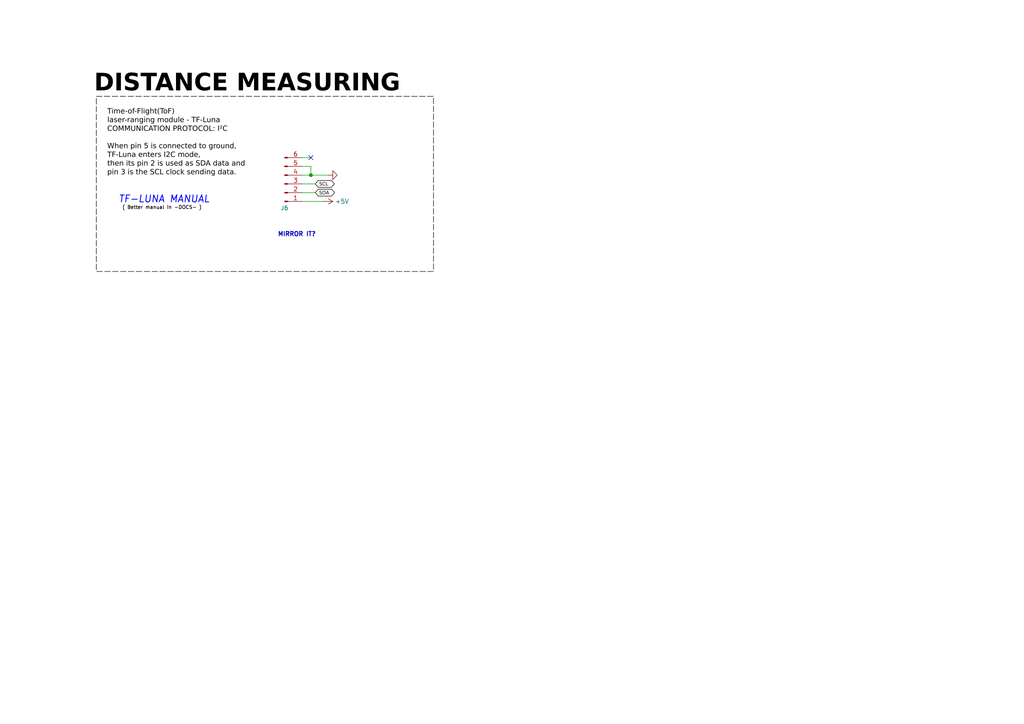
<source format=kicad_sch>
(kicad_sch (version 20250114) (generator "eeschema") (generator_version "9.0")
  (paper "A4")
  (lib_symbols
    (symbol "Connector:Conn_01x06_Pin" (pin_names (offset 1.016) (hide yes))
      (property "Reference" "J" (at 0 7.62 0))
      (property "Value" "Conn_01x06_Pin" (at 0 -10.16 0))
      (symbol "Conn_01x06_Pin_1_1"
        (rectangle (start 0.8636 5.207) (end 0 4.953) (stroke (width 0.1524)) (fill (type outline)))
        (rectangle (start 0.8636 2.667) (end 0 2.413) (stroke (width 0.1524)) (fill (type outline)))
        (rectangle (start 0.8636 0.127) (end 0 -0.127) (stroke (width 0.1524)) (fill (type outline)))
        (rectangle (start 0.8636 -2.413) (end 0 -2.667) (stroke (width 0.1524)) (fill (type outline)))
        (rectangle (start 0.8636 -4.953) (end 0 -5.207) (stroke (width 0.1524)) (fill (type outline)))
        (rectangle (start 0.8636 -7.493) (end 0 -7.747) (stroke (width 0.1524)) (fill (type outline)))
        (polyline (pts (xy 1.27 5.08) (xy 0.8636 5.08)) (stroke (width 0.1524)))
        (polyline (pts (xy 1.27 2.54) (xy 0.8636 2.54)) (stroke (width 0.1524)))
        (polyline (pts (xy 1.27 0) (xy 0.8636 0)) (stroke (width 0.1524)))
        (polyline (pts (xy 1.27 -2.54) (xy 0.8636 -2.54)) (stroke (width 0.1524)))
        (polyline (pts (xy 1.27 -5.08) (xy 0.8636 -5.08)) (stroke (width 0.1524)))
        (polyline (pts (xy 1.27 -7.62) (xy 0.8636 -7.62)) (stroke (width 0.1524)))
        (pin passive line (at 5.08 5.08 180) (length 3.81) (name "Pin_1") (number "1"))
        (pin passive line (at 5.08 2.54 180) (length 3.81) (name "Pin_2") (number "2"))
        (pin passive line (at 5.08 0 180) (length 3.81) (name "Pin_3") (number "3"))
        (pin passive line (at 5.08 -2.54 180) (length 3.81) (name "Pin_4") (number "4"))
        (pin passive line (at 5.08 -5.08 180) (length 3.81) (name "Pin_5") (number "5"))
        (pin passive line (at 5.08 -7.62 180) (length 3.81) (name "Pin_6") (number "6"))
      )
    )
    (symbol "power:+5V" (power) (pin_numbers (hide yes)) (pin_names (offset 0) (hide yes))
      (property "Value" "+5V" (at 0 3.556 0))
      (symbol "+5V_0_1"
        (polyline (pts (xy -0.762 1.27) (xy 0 2.54)))
        (polyline (pts (xy 0 2.54) (xy 0.762 1.27)))
        (polyline (pts (xy 0 0) (xy 0 2.54)))
      )
      (symbol "+5V_1_1"
        (pin power_in line (at 0 0 90) (length 0) (name "~") (number "1"))
      )
    )
    (symbol "power:GND" (power) (pin_numbers (hide yes)) (pin_names (offset 0) (hide yes))
      (property "Value" "GND" (at 0 -3.81 0))
      (symbol "GND_0_1"
        (polyline (pts (xy 0 0) (xy 0 -1.27) (xy 1.27 -1.27) (xy 0 -2.54) (xy -1.27 -1.27) (xy 0 -1.27)))
      )
      (symbol "GND_1_1"
        (pin power_in line (at 0 0 270) (length 0) (name "~") (number "1"))
      )
    )
  )
  (rectangle (start 27.94 27.94) (end 125.73 78.74) (stroke (width 0) (type dash) (color 0 0 0 1)))
  (text "Time-of-Flight(ToF)\nlaser-ranging module - TF-Luna\nCOMMUNICATION PROTOCOL: I²C \n\nWhen pin 5 is connected to ground, \nTF-Luna enters I2C mode, \nthen its pin 2 is used as SDA data and\npin 3 is the SCL clock sending data." (at 31.115 51.435 0) (effects (font (size 1.5 1.5)) (justify left bottom)))
  (text "TF-LUNA MANUAL" (at 34.29 59.055 0) (effects (font (size 2 2) (thickness 0.254) (bold yes) (italic yes)) (justify left bottom)))
  (text "MIRROR IT?" (at 86.106 68.072 0) (effects (font (size 1.27 1.27) (thickness 0.254) (bold yes))))
  (text "( Better manual in -DOCS- )" (at 46.99 60.325 0) (effects (font (size 1 1))))
  (text "DISTANCE MEASURING" (at 27.305 28.575 0) (effects (font (size 5 5) (bold yes)) (justify left bottom)))
  (junction (at 90.17 50.8))
  (no_connect (at 90.17 45.72))
  (wire (pts (xy 90.17 48.26) (xy 90.17 50.8)))
  (wire (pts (xy 91.44 53.34) (xy 87.63 53.34)))
  (wire (pts (xy 90.17 50.8) (xy 87.63 50.8)))
  (wire (pts (xy 93.98 58.42) (xy 87.63 58.42)))
  (wire (pts (xy 90.17 45.72) (xy 87.63 45.72)))
  (wire (pts (xy 87.63 48.26) (xy 90.17 48.26)))
  (wire (pts (xy 95.25 50.8) (xy 90.17 50.8)))
  (wire (pts (xy 91.44 55.88) (xy 87.63 55.88)))
  (global_label "SDA" (shape bidirectional) (at 91.44 55.88 0) (effects (font (size 1 1))) (property "Intersheetrefs" "${INTERSHEET_REFS}" (effects (hide yes))))
  (global_label "SCL" (shape bidirectional) (at 91.44 53.34 0) (effects (font (size 1 1))) (property "Intersheetrefs" "${INTERSHEET_REFS}" (effects (hide yes))))
  (symbol (lib_id "Connector:Conn_01x06_Pin") (at 82.55 53.34 0) (mirror x) (unit 1)
    (property "Reference" "J6" (at 82.55 60.325 0))
    (property "Value" "Conn_01x06_Pin" (effects (hide yes)))
    (property "Footprint" "Connector_Molex:Molex_PicoBlade_53398-0671_1x06-1MP_P1.25mm_Vertical" (effects (hide yes)))
  )
  (symbol (lib_id "power:GND") (at 95.25 50.8 90) (mirror x) (unit 1)
    (property "Reference" "#PWR0103" (effects (hide yes)))
    (property "Value" "GND" (effects (hide yes)))
  )
  (symbol (lib_id "power:+5V") (at 93.98 58.42 270) (mirror x) (unit 1)
    (property "Reference" "#PWR0102" (effects (hide yes)))
    (property "Value" "+5V" (at 97.155 58.42 90) (effects (justify left)))
  )
)
</source>
